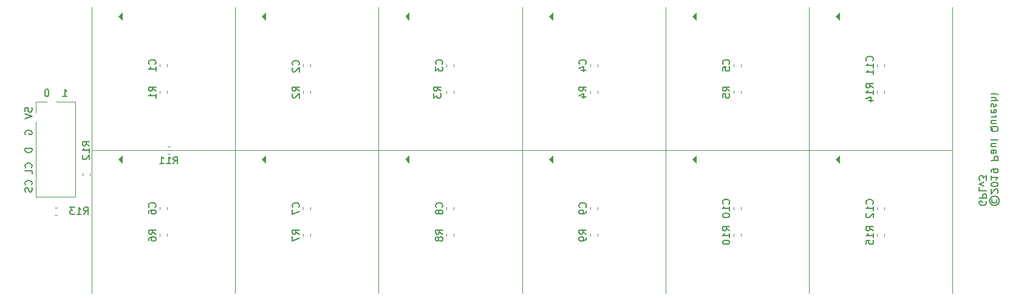
<source format=gbo>
G04 #@! TF.GenerationSoftware,KiCad,Pcbnew,(5.1.4)-1*
G04 #@! TF.CreationDate,2019-11-29T19:55:24+00:00*
G04 #@! TF.ProjectId,MAX7219_Clock,4d415837-3231-4395-9f43-6c6f636b2e6b,rev?*
G04 #@! TF.SameCoordinates,Original*
G04 #@! TF.FileFunction,Legend,Bot*
G04 #@! TF.FilePolarity,Positive*
%FSLAX46Y46*%
G04 Gerber Fmt 4.6, Leading zero omitted, Abs format (unit mm)*
G04 Created by KiCad (PCBNEW (5.1.4)-1) date 2019-11-29 19:55:24*
%MOMM*%
%LPD*%
G04 APERTURE LIST*
%ADD10C,0.150000*%
%ADD11C,0.120000*%
%ADD12C,0.100000*%
G04 APERTURE END LIST*
D10*
X166134523Y-76854880D02*
X166182142Y-76950119D01*
X166182142Y-77140595D01*
X166134523Y-77235833D01*
X166039285Y-77331071D01*
X165944047Y-77378690D01*
X165753571Y-77378690D01*
X165658333Y-77331071D01*
X165563095Y-77235833D01*
X165515476Y-77140595D01*
X165515476Y-76950119D01*
X165563095Y-76854880D01*
X166515476Y-77045357D02*
X166467857Y-77283452D01*
X166325000Y-77521547D01*
X166086904Y-77664404D01*
X165848809Y-77712023D01*
X165610714Y-77664404D01*
X165372619Y-77521547D01*
X165229761Y-77283452D01*
X165182142Y-77045357D01*
X165229761Y-76807261D01*
X165372619Y-76569166D01*
X165610714Y-76426309D01*
X165848809Y-76378690D01*
X166086904Y-76426309D01*
X166325000Y-76569166D01*
X166467857Y-76807261D01*
X166515476Y-77045357D01*
X166277380Y-75997738D02*
X166325000Y-75950119D01*
X166372619Y-75854880D01*
X166372619Y-75616785D01*
X166325000Y-75521547D01*
X166277380Y-75473928D01*
X166182142Y-75426309D01*
X166086904Y-75426309D01*
X165944047Y-75473928D01*
X165372619Y-76045357D01*
X165372619Y-75426309D01*
X166372619Y-74807261D02*
X166372619Y-74712023D01*
X166325000Y-74616785D01*
X166277380Y-74569166D01*
X166182142Y-74521547D01*
X165991666Y-74473928D01*
X165753571Y-74473928D01*
X165563095Y-74521547D01*
X165467857Y-74569166D01*
X165420238Y-74616785D01*
X165372619Y-74712023D01*
X165372619Y-74807261D01*
X165420238Y-74902500D01*
X165467857Y-74950119D01*
X165563095Y-74997738D01*
X165753571Y-75045357D01*
X165991666Y-75045357D01*
X166182142Y-74997738D01*
X166277380Y-74950119D01*
X166325000Y-74902500D01*
X166372619Y-74807261D01*
X165372619Y-73521547D02*
X165372619Y-74092976D01*
X165372619Y-73807261D02*
X166372619Y-73807261D01*
X166229761Y-73902500D01*
X166134523Y-73997738D01*
X166086904Y-74092976D01*
X165372619Y-73045357D02*
X165372619Y-72854880D01*
X165420238Y-72759642D01*
X165467857Y-72712023D01*
X165610714Y-72616785D01*
X165801190Y-72569166D01*
X166182142Y-72569166D01*
X166277380Y-72616785D01*
X166325000Y-72664404D01*
X166372619Y-72759642D01*
X166372619Y-72950119D01*
X166325000Y-73045357D01*
X166277380Y-73092976D01*
X166182142Y-73140595D01*
X165944047Y-73140595D01*
X165848809Y-73092976D01*
X165801190Y-73045357D01*
X165753571Y-72950119D01*
X165753571Y-72759642D01*
X165801190Y-72664404D01*
X165848809Y-72616785D01*
X165944047Y-72569166D01*
X165372619Y-71378690D02*
X166372619Y-71378690D01*
X166372619Y-70997738D01*
X166325000Y-70902500D01*
X166277380Y-70854880D01*
X166182142Y-70807261D01*
X166039285Y-70807261D01*
X165944047Y-70854880D01*
X165896428Y-70902500D01*
X165848809Y-70997738D01*
X165848809Y-71378690D01*
X165372619Y-69950119D02*
X165896428Y-69950119D01*
X165991666Y-69997738D01*
X166039285Y-70092976D01*
X166039285Y-70283452D01*
X165991666Y-70378690D01*
X165420238Y-69950119D02*
X165372619Y-70045357D01*
X165372619Y-70283452D01*
X165420238Y-70378690D01*
X165515476Y-70426309D01*
X165610714Y-70426309D01*
X165705952Y-70378690D01*
X165753571Y-70283452D01*
X165753571Y-70045357D01*
X165801190Y-69950119D01*
X166039285Y-69045357D02*
X165372619Y-69045357D01*
X166039285Y-69473928D02*
X165515476Y-69473928D01*
X165420238Y-69426309D01*
X165372619Y-69331071D01*
X165372619Y-69188214D01*
X165420238Y-69092976D01*
X165467857Y-69045357D01*
X165372619Y-68426309D02*
X165420238Y-68521547D01*
X165515476Y-68569166D01*
X166372619Y-68569166D01*
X165277380Y-66616785D02*
X165325000Y-66712023D01*
X165420238Y-66807261D01*
X165563095Y-66950119D01*
X165610714Y-67045357D01*
X165610714Y-67140595D01*
X165372619Y-67092976D02*
X165420238Y-67188214D01*
X165515476Y-67283452D01*
X165705952Y-67331071D01*
X166039285Y-67331071D01*
X166229761Y-67283452D01*
X166325000Y-67188214D01*
X166372619Y-67092976D01*
X166372619Y-66902500D01*
X166325000Y-66807261D01*
X166229761Y-66712023D01*
X166039285Y-66664404D01*
X165705952Y-66664404D01*
X165515476Y-66712023D01*
X165420238Y-66807261D01*
X165372619Y-66902500D01*
X165372619Y-67092976D01*
X166039285Y-65807261D02*
X165372619Y-65807261D01*
X166039285Y-66235833D02*
X165515476Y-66235833D01*
X165420238Y-66188214D01*
X165372619Y-66092976D01*
X165372619Y-65950119D01*
X165420238Y-65854880D01*
X165467857Y-65807261D01*
X165372619Y-65331071D02*
X166039285Y-65331071D01*
X165848809Y-65331071D02*
X165944047Y-65283452D01*
X165991666Y-65235833D01*
X166039285Y-65140595D01*
X166039285Y-65045357D01*
X165420238Y-64331071D02*
X165372619Y-64426309D01*
X165372619Y-64616785D01*
X165420238Y-64712023D01*
X165515476Y-64759642D01*
X165896428Y-64759642D01*
X165991666Y-64712023D01*
X166039285Y-64616785D01*
X166039285Y-64426309D01*
X165991666Y-64331071D01*
X165896428Y-64283452D01*
X165801190Y-64283452D01*
X165705952Y-64759642D01*
X165420238Y-63902500D02*
X165372619Y-63807261D01*
X165372619Y-63616785D01*
X165420238Y-63521547D01*
X165515476Y-63473928D01*
X165563095Y-63473928D01*
X165658333Y-63521547D01*
X165705952Y-63616785D01*
X165705952Y-63759642D01*
X165753571Y-63854880D01*
X165848809Y-63902500D01*
X165896428Y-63902500D01*
X165991666Y-63854880D01*
X166039285Y-63759642D01*
X166039285Y-63616785D01*
X165991666Y-63521547D01*
X165372619Y-63045357D02*
X166372619Y-63045357D01*
X165372619Y-62616785D02*
X165896428Y-62616785D01*
X165991666Y-62664404D01*
X166039285Y-62759642D01*
X166039285Y-62902500D01*
X165991666Y-62997738D01*
X165944047Y-63045357D01*
X165372619Y-62140595D02*
X166039285Y-62140595D01*
X166372619Y-62140595D02*
X166325000Y-62188214D01*
X166277380Y-62140595D01*
X166325000Y-62092976D01*
X166372619Y-62140595D01*
X166277380Y-62140595D01*
X164675000Y-77140595D02*
X164722619Y-77235833D01*
X164722619Y-77378690D01*
X164675000Y-77521547D01*
X164579761Y-77616785D01*
X164484523Y-77664404D01*
X164294047Y-77712023D01*
X164151190Y-77712023D01*
X163960714Y-77664404D01*
X163865476Y-77616785D01*
X163770238Y-77521547D01*
X163722619Y-77378690D01*
X163722619Y-77283452D01*
X163770238Y-77140595D01*
X163817857Y-77092976D01*
X164151190Y-77092976D01*
X164151190Y-77283452D01*
X163722619Y-76664404D02*
X164722619Y-76664404D01*
X164722619Y-76283452D01*
X164675000Y-76188214D01*
X164627380Y-76140595D01*
X164532142Y-76092976D01*
X164389285Y-76092976D01*
X164294047Y-76140595D01*
X164246428Y-76188214D01*
X164198809Y-76283452D01*
X164198809Y-76664404D01*
X163722619Y-75188214D02*
X163722619Y-75664404D01*
X164722619Y-75664404D01*
X164389285Y-74950119D02*
X163722619Y-74712023D01*
X164389285Y-74473928D01*
X164722619Y-74188214D02*
X164722619Y-73569166D01*
X164341666Y-73902500D01*
X164341666Y-73759642D01*
X164294047Y-73664404D01*
X164246428Y-73616785D01*
X164151190Y-73569166D01*
X163913095Y-73569166D01*
X163817857Y-73616785D01*
X163770238Y-73664404D01*
X163722619Y-73759642D01*
X163722619Y-74045357D01*
X163770238Y-74140595D01*
X163817857Y-74188214D01*
D11*
X40000000Y-50000000D02*
X40000000Y-90000000D01*
X160000000Y-70000000D02*
X40000000Y-70000000D01*
X160000000Y-50000000D02*
X160000000Y-90000000D01*
X140000000Y-90000000D02*
X140000000Y-50000000D01*
X120000000Y-50000000D02*
X120000000Y-90000000D01*
X100000000Y-90000000D02*
X100000000Y-50000000D01*
X80000000Y-50000000D02*
X80000000Y-90000000D01*
X60000000Y-50000000D02*
X60000000Y-90000000D01*
D10*
X35964285Y-62452380D02*
X36535714Y-62452380D01*
X36250000Y-62452380D02*
X36250000Y-61452380D01*
X36345238Y-61595238D01*
X36440476Y-61690476D01*
X36535714Y-61738095D01*
X33797619Y-61452380D02*
X33702380Y-61452380D01*
X33607142Y-61500000D01*
X33559523Y-61547619D01*
X33511904Y-61642857D01*
X33464285Y-61833333D01*
X33464285Y-62071428D01*
X33511904Y-62261904D01*
X33559523Y-62357142D01*
X33607142Y-62404761D01*
X33702380Y-62452380D01*
X33797619Y-62452380D01*
X33892857Y-62404761D01*
X33940476Y-62357142D01*
X33988095Y-62261904D01*
X34035714Y-62071428D01*
X34035714Y-61833333D01*
X33988095Y-61642857D01*
X33940476Y-61547619D01*
X33892857Y-61500000D01*
X33797619Y-61452380D01*
X31607142Y-74833333D02*
X31654761Y-74785714D01*
X31702380Y-74642857D01*
X31702380Y-74547619D01*
X31654761Y-74404761D01*
X31559523Y-74309523D01*
X31464285Y-74261904D01*
X31273809Y-74214285D01*
X31130952Y-74214285D01*
X30940476Y-74261904D01*
X30845238Y-74309523D01*
X30750000Y-74404761D01*
X30702380Y-74547619D01*
X30702380Y-74642857D01*
X30750000Y-74785714D01*
X30797619Y-74833333D01*
X31654761Y-75214285D02*
X31702380Y-75357142D01*
X31702380Y-75595238D01*
X31654761Y-75690476D01*
X31607142Y-75738095D01*
X31511904Y-75785714D01*
X31416666Y-75785714D01*
X31321428Y-75738095D01*
X31273809Y-75690476D01*
X31226190Y-75595238D01*
X31178571Y-75404761D01*
X31130952Y-75309523D01*
X31083333Y-75261904D01*
X30988095Y-75214285D01*
X30892857Y-75214285D01*
X30797619Y-75261904D01*
X30750000Y-75309523D01*
X30702380Y-75404761D01*
X30702380Y-75642857D01*
X30750000Y-75785714D01*
X31607142Y-72404761D02*
X31654761Y-72357142D01*
X31702380Y-72214285D01*
X31702380Y-72119047D01*
X31654761Y-71976190D01*
X31559523Y-71880952D01*
X31464285Y-71833333D01*
X31273809Y-71785714D01*
X31130952Y-71785714D01*
X30940476Y-71833333D01*
X30845238Y-71880952D01*
X30750000Y-71976190D01*
X30702380Y-72119047D01*
X30702380Y-72214285D01*
X30750000Y-72357142D01*
X30797619Y-72404761D01*
X31702380Y-73309523D02*
X31702380Y-72833333D01*
X30702380Y-72833333D01*
X31702380Y-69738095D02*
X30702380Y-69738095D01*
X30702380Y-69976190D01*
X30750000Y-70119047D01*
X30845238Y-70214285D01*
X30940476Y-70261904D01*
X31130952Y-70309523D01*
X31273809Y-70309523D01*
X31464285Y-70261904D01*
X31559523Y-70214285D01*
X31654761Y-70119047D01*
X31702380Y-69976190D01*
X31702380Y-69738095D01*
X30750000Y-67761904D02*
X30702380Y-67666666D01*
X30702380Y-67523809D01*
X30750000Y-67380952D01*
X30845238Y-67285714D01*
X30940476Y-67238095D01*
X31130952Y-67190476D01*
X31273809Y-67190476D01*
X31464285Y-67238095D01*
X31559523Y-67285714D01*
X31654761Y-67380952D01*
X31702380Y-67523809D01*
X31702380Y-67619047D01*
X31654761Y-67761904D01*
X31607142Y-67809523D01*
X31273809Y-67809523D01*
X31273809Y-67619047D01*
X30702380Y-64559523D02*
X30702380Y-64083333D01*
X31178571Y-64035714D01*
X31130952Y-64083333D01*
X31083333Y-64178571D01*
X31083333Y-64416666D01*
X31130952Y-64511904D01*
X31178571Y-64559523D01*
X31273809Y-64607142D01*
X31511904Y-64607142D01*
X31607142Y-64559523D01*
X31654761Y-64511904D01*
X31702380Y-64416666D01*
X31702380Y-64178571D01*
X31654761Y-64083333D01*
X31607142Y-64035714D01*
X30702380Y-64892857D02*
X31702380Y-65226190D01*
X30702380Y-65559523D01*
D11*
X32250000Y-76500000D02*
X32250000Y-66000000D01*
X37750000Y-76500000D02*
X32250000Y-76500000D01*
X37750000Y-63250000D02*
X37750000Y-76500000D01*
X35000000Y-63250000D02*
X37750000Y-63250000D01*
X32250000Y-63250000D02*
X32250000Y-64750000D01*
X33750000Y-63250000D02*
X32250000Y-63250000D01*
D12*
G36*
X44250000Y-71750000D02*
G01*
X43750000Y-71250000D01*
X44250000Y-70750000D01*
X44250000Y-71750000D01*
G37*
X44250000Y-71750000D02*
X43750000Y-71250000D01*
X44250000Y-70750000D01*
X44250000Y-71750000D01*
G36*
X64250000Y-71750000D02*
G01*
X63750000Y-71250000D01*
X64250000Y-70750000D01*
X64250000Y-71750000D01*
G37*
X64250000Y-71750000D02*
X63750000Y-71250000D01*
X64250000Y-70750000D01*
X64250000Y-71750000D01*
G36*
X84250000Y-71750000D02*
G01*
X83750000Y-71250000D01*
X84250000Y-70750000D01*
X84250000Y-71750000D01*
G37*
X84250000Y-71750000D02*
X83750000Y-71250000D01*
X84250000Y-70750000D01*
X84250000Y-71750000D01*
G36*
X104250000Y-71750000D02*
G01*
X103750000Y-71250000D01*
X104250000Y-70750000D01*
X104250000Y-71750000D01*
G37*
X104250000Y-71750000D02*
X103750000Y-71250000D01*
X104250000Y-70750000D01*
X104250000Y-71750000D01*
G36*
X124250000Y-71750000D02*
G01*
X123750000Y-71250000D01*
X124250000Y-70750000D01*
X124250000Y-71750000D01*
G37*
X124250000Y-71750000D02*
X123750000Y-71250000D01*
X124250000Y-70750000D01*
X124250000Y-71750000D01*
G36*
X144250000Y-71750000D02*
G01*
X143750000Y-71250000D01*
X144250000Y-70750000D01*
X144250000Y-71750000D01*
G37*
X144250000Y-71750000D02*
X143750000Y-71250000D01*
X144250000Y-70750000D01*
X144250000Y-71750000D01*
G36*
X144250000Y-51750000D02*
G01*
X143750000Y-51250000D01*
X144250000Y-50750000D01*
X144250000Y-51750000D01*
G37*
X144250000Y-51750000D02*
X143750000Y-51250000D01*
X144250000Y-50750000D01*
X144250000Y-51750000D01*
G36*
X124250000Y-51750000D02*
G01*
X123750000Y-51250000D01*
X124250000Y-50750000D01*
X124250000Y-51750000D01*
G37*
X124250000Y-51750000D02*
X123750000Y-51250000D01*
X124250000Y-50750000D01*
X124250000Y-51750000D01*
G36*
X104250000Y-51750000D02*
G01*
X103750000Y-51250000D01*
X104250000Y-50750000D01*
X104250000Y-51750000D01*
G37*
X104250000Y-51750000D02*
X103750000Y-51250000D01*
X104250000Y-50750000D01*
X104250000Y-51750000D01*
G36*
X84250000Y-51750000D02*
G01*
X83750000Y-51250000D01*
X84250000Y-50750000D01*
X84250000Y-51750000D01*
G37*
X84250000Y-51750000D02*
X83750000Y-51250000D01*
X84250000Y-50750000D01*
X84250000Y-51750000D01*
G36*
X64250000Y-51750000D02*
G01*
X63750000Y-51250000D01*
X64250000Y-50750000D01*
X64250000Y-51750000D01*
G37*
X64250000Y-51750000D02*
X63750000Y-51250000D01*
X64250000Y-50750000D01*
X64250000Y-51750000D01*
G36*
X44250000Y-51750000D02*
G01*
X43750000Y-51250000D01*
X44250000Y-50750000D01*
X44250000Y-51750000D01*
G37*
X44250000Y-51750000D02*
X43750000Y-51250000D01*
X44250000Y-50750000D01*
X44250000Y-51750000D01*
D11*
X49490000Y-58296267D02*
X49490000Y-57953733D01*
X50510000Y-58296267D02*
X50510000Y-57953733D01*
X69490000Y-58296267D02*
X69490000Y-57953733D01*
X70510000Y-58296267D02*
X70510000Y-57953733D01*
X89490000Y-58296267D02*
X89490000Y-57953733D01*
X90510000Y-58296267D02*
X90510000Y-57953733D01*
X110510000Y-58296267D02*
X110510000Y-57953733D01*
X109490000Y-58296267D02*
X109490000Y-57953733D01*
X130510000Y-58296267D02*
X130510000Y-57953733D01*
X129490000Y-58296267D02*
X129490000Y-57953733D01*
X49490000Y-78296267D02*
X49490000Y-77953733D01*
X50510000Y-78296267D02*
X50510000Y-77953733D01*
X69490000Y-78296267D02*
X69490000Y-77953733D01*
X70510000Y-78296267D02*
X70510000Y-77953733D01*
X90510000Y-78296267D02*
X90510000Y-77953733D01*
X89490000Y-78296267D02*
X89490000Y-77953733D01*
X110510000Y-78296267D02*
X110510000Y-77953733D01*
X109490000Y-78296267D02*
X109490000Y-77953733D01*
X130510000Y-78296267D02*
X130510000Y-77953733D01*
X129490000Y-78296267D02*
X129490000Y-77953733D01*
X150510000Y-78296267D02*
X150510000Y-77953733D01*
X149490000Y-78296267D02*
X149490000Y-77953733D01*
X149490000Y-58296267D02*
X149490000Y-57953733D01*
X150510000Y-58296267D02*
X150510000Y-57953733D01*
X50510000Y-62046267D02*
X50510000Y-61703733D01*
X49490000Y-62046267D02*
X49490000Y-61703733D01*
X69490000Y-62046267D02*
X69490000Y-61703733D01*
X70510000Y-62046267D02*
X70510000Y-61703733D01*
X89490000Y-62046267D02*
X89490000Y-61703733D01*
X90510000Y-62046267D02*
X90510000Y-61703733D01*
X110510000Y-62046267D02*
X110510000Y-61703733D01*
X109490000Y-62046267D02*
X109490000Y-61703733D01*
X130510000Y-62046267D02*
X130510000Y-61703733D01*
X129490000Y-62046267D02*
X129490000Y-61703733D01*
X50510000Y-82046267D02*
X50510000Y-81703733D01*
X49490000Y-82046267D02*
X49490000Y-81703733D01*
X69490000Y-82046267D02*
X69490000Y-81703733D01*
X70510000Y-82046267D02*
X70510000Y-81703733D01*
X89490000Y-82046267D02*
X89490000Y-81703733D01*
X90510000Y-82046267D02*
X90510000Y-81703733D01*
X109490000Y-82046267D02*
X109490000Y-81703733D01*
X110510000Y-82046267D02*
X110510000Y-81703733D01*
X130510000Y-82046267D02*
X130510000Y-81703733D01*
X129490000Y-82046267D02*
X129490000Y-81703733D01*
X39760000Y-73203733D02*
X39760000Y-73546267D01*
X38740000Y-73203733D02*
X38740000Y-73546267D01*
X50578733Y-69490000D02*
X50921267Y-69490000D01*
X50578733Y-70510000D02*
X50921267Y-70510000D01*
X35171267Y-77990000D02*
X34828733Y-77990000D01*
X35171267Y-79010000D02*
X34828733Y-79010000D01*
X150510000Y-62046267D02*
X150510000Y-61703733D01*
X149490000Y-62046267D02*
X149490000Y-61703733D01*
X149490000Y-82046267D02*
X149490000Y-81703733D01*
X150510000Y-82046267D02*
X150510000Y-81703733D01*
D10*
X48857142Y-57958333D02*
X48904761Y-57910714D01*
X48952380Y-57767857D01*
X48952380Y-57672619D01*
X48904761Y-57529761D01*
X48809523Y-57434523D01*
X48714285Y-57386904D01*
X48523809Y-57339285D01*
X48380952Y-57339285D01*
X48190476Y-57386904D01*
X48095238Y-57434523D01*
X48000000Y-57529761D01*
X47952380Y-57672619D01*
X47952380Y-57767857D01*
X48000000Y-57910714D01*
X48047619Y-57958333D01*
X48952380Y-58910714D02*
X48952380Y-58339285D01*
X48952380Y-58625000D02*
X47952380Y-58625000D01*
X48095238Y-58529761D01*
X48190476Y-58434523D01*
X48238095Y-58339285D01*
X68857142Y-58083333D02*
X68904761Y-58035714D01*
X68952380Y-57892857D01*
X68952380Y-57797619D01*
X68904761Y-57654761D01*
X68809523Y-57559523D01*
X68714285Y-57511904D01*
X68523809Y-57464285D01*
X68380952Y-57464285D01*
X68190476Y-57511904D01*
X68095238Y-57559523D01*
X68000000Y-57654761D01*
X67952380Y-57797619D01*
X67952380Y-57892857D01*
X68000000Y-58035714D01*
X68047619Y-58083333D01*
X68047619Y-58464285D02*
X68000000Y-58511904D01*
X67952380Y-58607142D01*
X67952380Y-58845238D01*
X68000000Y-58940476D01*
X68047619Y-58988095D01*
X68142857Y-59035714D01*
X68238095Y-59035714D01*
X68380952Y-58988095D01*
X68952380Y-58416666D01*
X68952380Y-59035714D01*
X88857142Y-57958333D02*
X88904761Y-57910714D01*
X88952380Y-57767857D01*
X88952380Y-57672619D01*
X88904761Y-57529761D01*
X88809523Y-57434523D01*
X88714285Y-57386904D01*
X88523809Y-57339285D01*
X88380952Y-57339285D01*
X88190476Y-57386904D01*
X88095238Y-57434523D01*
X88000000Y-57529761D01*
X87952380Y-57672619D01*
X87952380Y-57767857D01*
X88000000Y-57910714D01*
X88047619Y-57958333D01*
X87952380Y-58291666D02*
X87952380Y-58910714D01*
X88333333Y-58577380D01*
X88333333Y-58720238D01*
X88380952Y-58815476D01*
X88428571Y-58863095D01*
X88523809Y-58910714D01*
X88761904Y-58910714D01*
X88857142Y-58863095D01*
X88904761Y-58815476D01*
X88952380Y-58720238D01*
X88952380Y-58434523D01*
X88904761Y-58339285D01*
X88857142Y-58291666D01*
X108857142Y-57958333D02*
X108904761Y-57910714D01*
X108952380Y-57767857D01*
X108952380Y-57672619D01*
X108904761Y-57529761D01*
X108809523Y-57434523D01*
X108714285Y-57386904D01*
X108523809Y-57339285D01*
X108380952Y-57339285D01*
X108190476Y-57386904D01*
X108095238Y-57434523D01*
X108000000Y-57529761D01*
X107952380Y-57672619D01*
X107952380Y-57767857D01*
X108000000Y-57910714D01*
X108047619Y-57958333D01*
X108285714Y-58815476D02*
X108952380Y-58815476D01*
X107904761Y-58577380D02*
X108619047Y-58339285D01*
X108619047Y-58958333D01*
X128857142Y-57958333D02*
X128904761Y-57910714D01*
X128952380Y-57767857D01*
X128952380Y-57672619D01*
X128904761Y-57529761D01*
X128809523Y-57434523D01*
X128714285Y-57386904D01*
X128523809Y-57339285D01*
X128380952Y-57339285D01*
X128190476Y-57386904D01*
X128095238Y-57434523D01*
X128000000Y-57529761D01*
X127952380Y-57672619D01*
X127952380Y-57767857D01*
X128000000Y-57910714D01*
X128047619Y-57958333D01*
X127952380Y-58863095D02*
X127952380Y-58386904D01*
X128428571Y-58339285D01*
X128380952Y-58386904D01*
X128333333Y-58482142D01*
X128333333Y-58720238D01*
X128380952Y-58815476D01*
X128428571Y-58863095D01*
X128523809Y-58910714D01*
X128761904Y-58910714D01*
X128857142Y-58863095D01*
X128904761Y-58815476D01*
X128952380Y-58720238D01*
X128952380Y-58482142D01*
X128904761Y-58386904D01*
X128857142Y-58339285D01*
X48857142Y-77958333D02*
X48904761Y-77910714D01*
X48952380Y-77767857D01*
X48952380Y-77672619D01*
X48904761Y-77529761D01*
X48809523Y-77434523D01*
X48714285Y-77386904D01*
X48523809Y-77339285D01*
X48380952Y-77339285D01*
X48190476Y-77386904D01*
X48095238Y-77434523D01*
X48000000Y-77529761D01*
X47952380Y-77672619D01*
X47952380Y-77767857D01*
X48000000Y-77910714D01*
X48047619Y-77958333D01*
X47952380Y-78815476D02*
X47952380Y-78625000D01*
X48000000Y-78529761D01*
X48047619Y-78482142D01*
X48190476Y-78386904D01*
X48380952Y-78339285D01*
X48761904Y-78339285D01*
X48857142Y-78386904D01*
X48904761Y-78434523D01*
X48952380Y-78529761D01*
X48952380Y-78720238D01*
X48904761Y-78815476D01*
X48857142Y-78863095D01*
X48761904Y-78910714D01*
X48523809Y-78910714D01*
X48428571Y-78863095D01*
X48380952Y-78815476D01*
X48333333Y-78720238D01*
X48333333Y-78529761D01*
X48380952Y-78434523D01*
X48428571Y-78386904D01*
X48523809Y-78339285D01*
X68857142Y-77958333D02*
X68904761Y-77910714D01*
X68952380Y-77767857D01*
X68952380Y-77672619D01*
X68904761Y-77529761D01*
X68809523Y-77434523D01*
X68714285Y-77386904D01*
X68523809Y-77339285D01*
X68380952Y-77339285D01*
X68190476Y-77386904D01*
X68095238Y-77434523D01*
X68000000Y-77529761D01*
X67952380Y-77672619D01*
X67952380Y-77767857D01*
X68000000Y-77910714D01*
X68047619Y-77958333D01*
X67952380Y-78291666D02*
X67952380Y-78958333D01*
X68952380Y-78529761D01*
X88857142Y-77958333D02*
X88904761Y-77910714D01*
X88952380Y-77767857D01*
X88952380Y-77672619D01*
X88904761Y-77529761D01*
X88809523Y-77434523D01*
X88714285Y-77386904D01*
X88523809Y-77339285D01*
X88380952Y-77339285D01*
X88190476Y-77386904D01*
X88095238Y-77434523D01*
X88000000Y-77529761D01*
X87952380Y-77672619D01*
X87952380Y-77767857D01*
X88000000Y-77910714D01*
X88047619Y-77958333D01*
X88380952Y-78529761D02*
X88333333Y-78434523D01*
X88285714Y-78386904D01*
X88190476Y-78339285D01*
X88142857Y-78339285D01*
X88047619Y-78386904D01*
X88000000Y-78434523D01*
X87952380Y-78529761D01*
X87952380Y-78720238D01*
X88000000Y-78815476D01*
X88047619Y-78863095D01*
X88142857Y-78910714D01*
X88190476Y-78910714D01*
X88285714Y-78863095D01*
X88333333Y-78815476D01*
X88380952Y-78720238D01*
X88380952Y-78529761D01*
X88428571Y-78434523D01*
X88476190Y-78386904D01*
X88571428Y-78339285D01*
X88761904Y-78339285D01*
X88857142Y-78386904D01*
X88904761Y-78434523D01*
X88952380Y-78529761D01*
X88952380Y-78720238D01*
X88904761Y-78815476D01*
X88857142Y-78863095D01*
X88761904Y-78910714D01*
X88571428Y-78910714D01*
X88476190Y-78863095D01*
X88428571Y-78815476D01*
X88380952Y-78720238D01*
X108857142Y-77958333D02*
X108904761Y-77910714D01*
X108952380Y-77767857D01*
X108952380Y-77672619D01*
X108904761Y-77529761D01*
X108809523Y-77434523D01*
X108714285Y-77386904D01*
X108523809Y-77339285D01*
X108380952Y-77339285D01*
X108190476Y-77386904D01*
X108095238Y-77434523D01*
X108000000Y-77529761D01*
X107952380Y-77672619D01*
X107952380Y-77767857D01*
X108000000Y-77910714D01*
X108047619Y-77958333D01*
X108952380Y-78434523D02*
X108952380Y-78625000D01*
X108904761Y-78720238D01*
X108857142Y-78767857D01*
X108714285Y-78863095D01*
X108523809Y-78910714D01*
X108142857Y-78910714D01*
X108047619Y-78863095D01*
X108000000Y-78815476D01*
X107952380Y-78720238D01*
X107952380Y-78529761D01*
X108000000Y-78434523D01*
X108047619Y-78386904D01*
X108142857Y-78339285D01*
X108380952Y-78339285D01*
X108476190Y-78386904D01*
X108523809Y-78434523D01*
X108571428Y-78529761D01*
X108571428Y-78720238D01*
X108523809Y-78815476D01*
X108476190Y-78863095D01*
X108380952Y-78910714D01*
X128857142Y-77482142D02*
X128904761Y-77434523D01*
X128952380Y-77291666D01*
X128952380Y-77196428D01*
X128904761Y-77053571D01*
X128809523Y-76958333D01*
X128714285Y-76910714D01*
X128523809Y-76863095D01*
X128380952Y-76863095D01*
X128190476Y-76910714D01*
X128095238Y-76958333D01*
X128000000Y-77053571D01*
X127952380Y-77196428D01*
X127952380Y-77291666D01*
X128000000Y-77434523D01*
X128047619Y-77482142D01*
X128952380Y-78434523D02*
X128952380Y-77863095D01*
X128952380Y-78148809D02*
X127952380Y-78148809D01*
X128095238Y-78053571D01*
X128190476Y-77958333D01*
X128238095Y-77863095D01*
X127952380Y-79053571D02*
X127952380Y-79148809D01*
X128000000Y-79244047D01*
X128047619Y-79291666D01*
X128142857Y-79339285D01*
X128333333Y-79386904D01*
X128571428Y-79386904D01*
X128761904Y-79339285D01*
X128857142Y-79291666D01*
X128904761Y-79244047D01*
X128952380Y-79148809D01*
X128952380Y-79053571D01*
X128904761Y-78958333D01*
X128857142Y-78910714D01*
X128761904Y-78863095D01*
X128571428Y-78815476D01*
X128333333Y-78815476D01*
X128142857Y-78863095D01*
X128047619Y-78910714D01*
X128000000Y-78958333D01*
X127952380Y-79053571D01*
X148857142Y-77482142D02*
X148904761Y-77434523D01*
X148952380Y-77291666D01*
X148952380Y-77196428D01*
X148904761Y-77053571D01*
X148809523Y-76958333D01*
X148714285Y-76910714D01*
X148523809Y-76863095D01*
X148380952Y-76863095D01*
X148190476Y-76910714D01*
X148095238Y-76958333D01*
X148000000Y-77053571D01*
X147952380Y-77196428D01*
X147952380Y-77291666D01*
X148000000Y-77434523D01*
X148047619Y-77482142D01*
X148952380Y-78434523D02*
X148952380Y-77863095D01*
X148952380Y-78148809D02*
X147952380Y-78148809D01*
X148095238Y-78053571D01*
X148190476Y-77958333D01*
X148238095Y-77863095D01*
X148047619Y-78815476D02*
X148000000Y-78863095D01*
X147952380Y-78958333D01*
X147952380Y-79196428D01*
X148000000Y-79291666D01*
X148047619Y-79339285D01*
X148142857Y-79386904D01*
X148238095Y-79386904D01*
X148380952Y-79339285D01*
X148952380Y-78767857D01*
X148952380Y-79386904D01*
X148857142Y-57482142D02*
X148904761Y-57434523D01*
X148952380Y-57291666D01*
X148952380Y-57196428D01*
X148904761Y-57053571D01*
X148809523Y-56958333D01*
X148714285Y-56910714D01*
X148523809Y-56863095D01*
X148380952Y-56863095D01*
X148190476Y-56910714D01*
X148095238Y-56958333D01*
X148000000Y-57053571D01*
X147952380Y-57196428D01*
X147952380Y-57291666D01*
X148000000Y-57434523D01*
X148047619Y-57482142D01*
X148952380Y-58434523D02*
X148952380Y-57863095D01*
X148952380Y-58148809D02*
X147952380Y-58148809D01*
X148095238Y-58053571D01*
X148190476Y-57958333D01*
X148238095Y-57863095D01*
X148952380Y-59386904D02*
X148952380Y-58815476D01*
X148952380Y-59101190D02*
X147952380Y-59101190D01*
X148095238Y-59005952D01*
X148190476Y-58910714D01*
X148238095Y-58815476D01*
X48952380Y-61708333D02*
X48476190Y-61375000D01*
X48952380Y-61136904D02*
X47952380Y-61136904D01*
X47952380Y-61517857D01*
X48000000Y-61613095D01*
X48047619Y-61660714D01*
X48142857Y-61708333D01*
X48285714Y-61708333D01*
X48380952Y-61660714D01*
X48428571Y-61613095D01*
X48476190Y-61517857D01*
X48476190Y-61136904D01*
X48952380Y-62660714D02*
X48952380Y-62089285D01*
X48952380Y-62375000D02*
X47952380Y-62375000D01*
X48095238Y-62279761D01*
X48190476Y-62184523D01*
X48238095Y-62089285D01*
X68952380Y-61708333D02*
X68476190Y-61375000D01*
X68952380Y-61136904D02*
X67952380Y-61136904D01*
X67952380Y-61517857D01*
X68000000Y-61613095D01*
X68047619Y-61660714D01*
X68142857Y-61708333D01*
X68285714Y-61708333D01*
X68380952Y-61660714D01*
X68428571Y-61613095D01*
X68476190Y-61517857D01*
X68476190Y-61136904D01*
X68047619Y-62089285D02*
X68000000Y-62136904D01*
X67952380Y-62232142D01*
X67952380Y-62470238D01*
X68000000Y-62565476D01*
X68047619Y-62613095D01*
X68142857Y-62660714D01*
X68238095Y-62660714D01*
X68380952Y-62613095D01*
X68952380Y-62041666D01*
X68952380Y-62660714D01*
X88702380Y-61708333D02*
X88226190Y-61375000D01*
X88702380Y-61136904D02*
X87702380Y-61136904D01*
X87702380Y-61517857D01*
X87750000Y-61613095D01*
X87797619Y-61660714D01*
X87892857Y-61708333D01*
X88035714Y-61708333D01*
X88130952Y-61660714D01*
X88178571Y-61613095D01*
X88226190Y-61517857D01*
X88226190Y-61136904D01*
X87702380Y-62041666D02*
X87702380Y-62660714D01*
X88083333Y-62327380D01*
X88083333Y-62470238D01*
X88130952Y-62565476D01*
X88178571Y-62613095D01*
X88273809Y-62660714D01*
X88511904Y-62660714D01*
X88607142Y-62613095D01*
X88654761Y-62565476D01*
X88702380Y-62470238D01*
X88702380Y-62184523D01*
X88654761Y-62089285D01*
X88607142Y-62041666D01*
X108952380Y-61708333D02*
X108476190Y-61375000D01*
X108952380Y-61136904D02*
X107952380Y-61136904D01*
X107952380Y-61517857D01*
X108000000Y-61613095D01*
X108047619Y-61660714D01*
X108142857Y-61708333D01*
X108285714Y-61708333D01*
X108380952Y-61660714D01*
X108428571Y-61613095D01*
X108476190Y-61517857D01*
X108476190Y-61136904D01*
X108285714Y-62565476D02*
X108952380Y-62565476D01*
X107904761Y-62327380D02*
X108619047Y-62089285D01*
X108619047Y-62708333D01*
X128952380Y-61708333D02*
X128476190Y-61375000D01*
X128952380Y-61136904D02*
X127952380Y-61136904D01*
X127952380Y-61517857D01*
X128000000Y-61613095D01*
X128047619Y-61660714D01*
X128142857Y-61708333D01*
X128285714Y-61708333D01*
X128380952Y-61660714D01*
X128428571Y-61613095D01*
X128476190Y-61517857D01*
X128476190Y-61136904D01*
X127952380Y-62613095D02*
X127952380Y-62136904D01*
X128428571Y-62089285D01*
X128380952Y-62136904D01*
X128333333Y-62232142D01*
X128333333Y-62470238D01*
X128380952Y-62565476D01*
X128428571Y-62613095D01*
X128523809Y-62660714D01*
X128761904Y-62660714D01*
X128857142Y-62613095D01*
X128904761Y-62565476D01*
X128952380Y-62470238D01*
X128952380Y-62232142D01*
X128904761Y-62136904D01*
X128857142Y-62089285D01*
X48952380Y-81708333D02*
X48476190Y-81375000D01*
X48952380Y-81136904D02*
X47952380Y-81136904D01*
X47952380Y-81517857D01*
X48000000Y-81613095D01*
X48047619Y-81660714D01*
X48142857Y-81708333D01*
X48285714Y-81708333D01*
X48380952Y-81660714D01*
X48428571Y-81613095D01*
X48476190Y-81517857D01*
X48476190Y-81136904D01*
X47952380Y-82565476D02*
X47952380Y-82375000D01*
X48000000Y-82279761D01*
X48047619Y-82232142D01*
X48190476Y-82136904D01*
X48380952Y-82089285D01*
X48761904Y-82089285D01*
X48857142Y-82136904D01*
X48904761Y-82184523D01*
X48952380Y-82279761D01*
X48952380Y-82470238D01*
X48904761Y-82565476D01*
X48857142Y-82613095D01*
X48761904Y-82660714D01*
X48523809Y-82660714D01*
X48428571Y-82613095D01*
X48380952Y-82565476D01*
X48333333Y-82470238D01*
X48333333Y-82279761D01*
X48380952Y-82184523D01*
X48428571Y-82136904D01*
X48523809Y-82089285D01*
X68952380Y-81708333D02*
X68476190Y-81375000D01*
X68952380Y-81136904D02*
X67952380Y-81136904D01*
X67952380Y-81517857D01*
X68000000Y-81613095D01*
X68047619Y-81660714D01*
X68142857Y-81708333D01*
X68285714Y-81708333D01*
X68380952Y-81660714D01*
X68428571Y-81613095D01*
X68476190Y-81517857D01*
X68476190Y-81136904D01*
X67952380Y-82041666D02*
X67952380Y-82708333D01*
X68952380Y-82279761D01*
X88952380Y-81708333D02*
X88476190Y-81375000D01*
X88952380Y-81136904D02*
X87952380Y-81136904D01*
X87952380Y-81517857D01*
X88000000Y-81613095D01*
X88047619Y-81660714D01*
X88142857Y-81708333D01*
X88285714Y-81708333D01*
X88380952Y-81660714D01*
X88428571Y-81613095D01*
X88476190Y-81517857D01*
X88476190Y-81136904D01*
X88380952Y-82279761D02*
X88333333Y-82184523D01*
X88285714Y-82136904D01*
X88190476Y-82089285D01*
X88142857Y-82089285D01*
X88047619Y-82136904D01*
X88000000Y-82184523D01*
X87952380Y-82279761D01*
X87952380Y-82470238D01*
X88000000Y-82565476D01*
X88047619Y-82613095D01*
X88142857Y-82660714D01*
X88190476Y-82660714D01*
X88285714Y-82613095D01*
X88333333Y-82565476D01*
X88380952Y-82470238D01*
X88380952Y-82279761D01*
X88428571Y-82184523D01*
X88476190Y-82136904D01*
X88571428Y-82089285D01*
X88761904Y-82089285D01*
X88857142Y-82136904D01*
X88904761Y-82184523D01*
X88952380Y-82279761D01*
X88952380Y-82470238D01*
X88904761Y-82565476D01*
X88857142Y-82613095D01*
X88761904Y-82660714D01*
X88571428Y-82660714D01*
X88476190Y-82613095D01*
X88428571Y-82565476D01*
X88380952Y-82470238D01*
X108952380Y-81708333D02*
X108476190Y-81375000D01*
X108952380Y-81136904D02*
X107952380Y-81136904D01*
X107952380Y-81517857D01*
X108000000Y-81613095D01*
X108047619Y-81660714D01*
X108142857Y-81708333D01*
X108285714Y-81708333D01*
X108380952Y-81660714D01*
X108428571Y-81613095D01*
X108476190Y-81517857D01*
X108476190Y-81136904D01*
X108952380Y-82184523D02*
X108952380Y-82375000D01*
X108904761Y-82470238D01*
X108857142Y-82517857D01*
X108714285Y-82613095D01*
X108523809Y-82660714D01*
X108142857Y-82660714D01*
X108047619Y-82613095D01*
X108000000Y-82565476D01*
X107952380Y-82470238D01*
X107952380Y-82279761D01*
X108000000Y-82184523D01*
X108047619Y-82136904D01*
X108142857Y-82089285D01*
X108380952Y-82089285D01*
X108476190Y-82136904D01*
X108523809Y-82184523D01*
X108571428Y-82279761D01*
X108571428Y-82470238D01*
X108523809Y-82565476D01*
X108476190Y-82613095D01*
X108380952Y-82660714D01*
X128952380Y-81232142D02*
X128476190Y-80898809D01*
X128952380Y-80660714D02*
X127952380Y-80660714D01*
X127952380Y-81041666D01*
X128000000Y-81136904D01*
X128047619Y-81184523D01*
X128142857Y-81232142D01*
X128285714Y-81232142D01*
X128380952Y-81184523D01*
X128428571Y-81136904D01*
X128476190Y-81041666D01*
X128476190Y-80660714D01*
X128952380Y-82184523D02*
X128952380Y-81613095D01*
X128952380Y-81898809D02*
X127952380Y-81898809D01*
X128095238Y-81803571D01*
X128190476Y-81708333D01*
X128238095Y-81613095D01*
X127952380Y-82803571D02*
X127952380Y-82898809D01*
X128000000Y-82994047D01*
X128047619Y-83041666D01*
X128142857Y-83089285D01*
X128333333Y-83136904D01*
X128571428Y-83136904D01*
X128761904Y-83089285D01*
X128857142Y-83041666D01*
X128904761Y-82994047D01*
X128952380Y-82898809D01*
X128952380Y-82803571D01*
X128904761Y-82708333D01*
X128857142Y-82660714D01*
X128761904Y-82613095D01*
X128571428Y-82565476D01*
X128333333Y-82565476D01*
X128142857Y-82613095D01*
X128047619Y-82660714D01*
X128000000Y-82708333D01*
X127952380Y-82803571D01*
X39702380Y-69357142D02*
X39226190Y-69023809D01*
X39702380Y-68785714D02*
X38702380Y-68785714D01*
X38702380Y-69166666D01*
X38750000Y-69261904D01*
X38797619Y-69309523D01*
X38892857Y-69357142D01*
X39035714Y-69357142D01*
X39130952Y-69309523D01*
X39178571Y-69261904D01*
X39226190Y-69166666D01*
X39226190Y-68785714D01*
X39702380Y-70309523D02*
X39702380Y-69738095D01*
X39702380Y-70023809D02*
X38702380Y-70023809D01*
X38845238Y-69928571D01*
X38940476Y-69833333D01*
X38988095Y-69738095D01*
X38797619Y-70690476D02*
X38750000Y-70738095D01*
X38702380Y-70833333D01*
X38702380Y-71071428D01*
X38750000Y-71166666D01*
X38797619Y-71214285D01*
X38892857Y-71261904D01*
X38988095Y-71261904D01*
X39130952Y-71214285D01*
X39702380Y-70642857D01*
X39702380Y-71261904D01*
X51392857Y-71882380D02*
X51726190Y-71406190D01*
X51964285Y-71882380D02*
X51964285Y-70882380D01*
X51583333Y-70882380D01*
X51488095Y-70930000D01*
X51440476Y-70977619D01*
X51392857Y-71072857D01*
X51392857Y-71215714D01*
X51440476Y-71310952D01*
X51488095Y-71358571D01*
X51583333Y-71406190D01*
X51964285Y-71406190D01*
X50440476Y-71882380D02*
X51011904Y-71882380D01*
X50726190Y-71882380D02*
X50726190Y-70882380D01*
X50821428Y-71025238D01*
X50916666Y-71120476D01*
X51011904Y-71168095D01*
X49488095Y-71882380D02*
X50059523Y-71882380D01*
X49773809Y-71882380D02*
X49773809Y-70882380D01*
X49869047Y-71025238D01*
X49964285Y-71120476D01*
X50059523Y-71168095D01*
X38892857Y-78952380D02*
X39226190Y-78476190D01*
X39464285Y-78952380D02*
X39464285Y-77952380D01*
X39083333Y-77952380D01*
X38988095Y-78000000D01*
X38940476Y-78047619D01*
X38892857Y-78142857D01*
X38892857Y-78285714D01*
X38940476Y-78380952D01*
X38988095Y-78428571D01*
X39083333Y-78476190D01*
X39464285Y-78476190D01*
X37940476Y-78952380D02*
X38511904Y-78952380D01*
X38226190Y-78952380D02*
X38226190Y-77952380D01*
X38321428Y-78095238D01*
X38416666Y-78190476D01*
X38511904Y-78238095D01*
X37607142Y-77952380D02*
X36988095Y-77952380D01*
X37321428Y-78333333D01*
X37178571Y-78333333D01*
X37083333Y-78380952D01*
X37035714Y-78428571D01*
X36988095Y-78523809D01*
X36988095Y-78761904D01*
X37035714Y-78857142D01*
X37083333Y-78904761D01*
X37178571Y-78952380D01*
X37464285Y-78952380D01*
X37559523Y-78904761D01*
X37607142Y-78857142D01*
X148952380Y-61232142D02*
X148476190Y-60898809D01*
X148952380Y-60660714D02*
X147952380Y-60660714D01*
X147952380Y-61041666D01*
X148000000Y-61136904D01*
X148047619Y-61184523D01*
X148142857Y-61232142D01*
X148285714Y-61232142D01*
X148380952Y-61184523D01*
X148428571Y-61136904D01*
X148476190Y-61041666D01*
X148476190Y-60660714D01*
X148952380Y-62184523D02*
X148952380Y-61613095D01*
X148952380Y-61898809D02*
X147952380Y-61898809D01*
X148095238Y-61803571D01*
X148190476Y-61708333D01*
X148238095Y-61613095D01*
X148285714Y-63041666D02*
X148952380Y-63041666D01*
X147904761Y-62803571D02*
X148619047Y-62565476D01*
X148619047Y-63184523D01*
X148952380Y-81232142D02*
X148476190Y-80898809D01*
X148952380Y-80660714D02*
X147952380Y-80660714D01*
X147952380Y-81041666D01*
X148000000Y-81136904D01*
X148047619Y-81184523D01*
X148142857Y-81232142D01*
X148285714Y-81232142D01*
X148380952Y-81184523D01*
X148428571Y-81136904D01*
X148476190Y-81041666D01*
X148476190Y-80660714D01*
X148952380Y-82184523D02*
X148952380Y-81613095D01*
X148952380Y-81898809D02*
X147952380Y-81898809D01*
X148095238Y-81803571D01*
X148190476Y-81708333D01*
X148238095Y-81613095D01*
X147952380Y-83089285D02*
X147952380Y-82613095D01*
X148428571Y-82565476D01*
X148380952Y-82613095D01*
X148333333Y-82708333D01*
X148333333Y-82946428D01*
X148380952Y-83041666D01*
X148428571Y-83089285D01*
X148523809Y-83136904D01*
X148761904Y-83136904D01*
X148857142Y-83089285D01*
X148904761Y-83041666D01*
X148952380Y-82946428D01*
X148952380Y-82708333D01*
X148904761Y-82613095D01*
X148857142Y-82565476D01*
M02*

</source>
